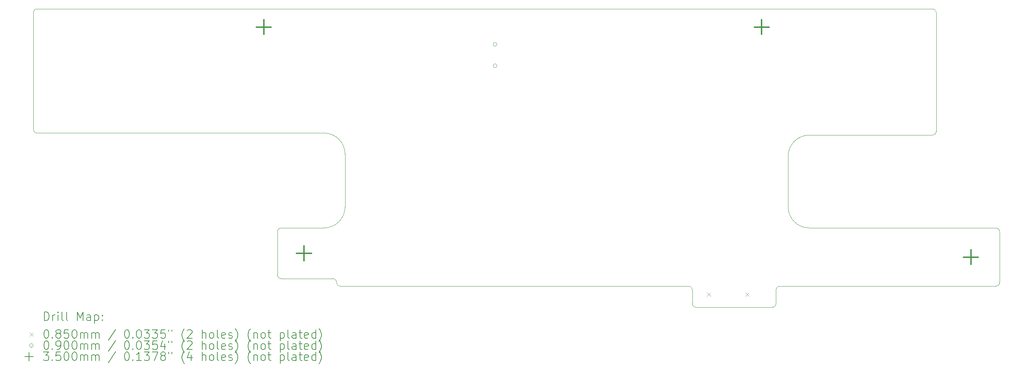
<source format=gbr>
%TF.GenerationSoftware,KiCad,Pcbnew,8.0.0*%
%TF.CreationDate,2024-03-12T18:45:24+01:00*%
%TF.ProjectId,FT24-AMS_Slave-v5,46543234-2d41-44d5-935f-536c6176652d,rev?*%
%TF.SameCoordinates,PX2faf080PY47868c0*%
%TF.FileFunction,Drillmap*%
%TF.FilePolarity,Positive*%
%FSLAX45Y45*%
G04 Gerber Fmt 4.5, Leading zero omitted, Abs format (unit mm)*
G04 Created by KiCad (PCBNEW 8.0.0) date 2024-03-12 18:45:24*
%MOMM*%
%LPD*%
G01*
G04 APERTURE LIST*
%ADD10C,0.020000*%
%ADD11C,0.200000*%
%ADD12C,0.100000*%
%ADD13C,0.350000*%
G04 APERTURE END LIST*
D10*
X6871698Y-2940000D02*
G75*
G02*
X7371700Y-3440000I2J-500000D01*
G01*
X17850180Y-3490000D02*
X17850180Y-4690000D01*
X5861698Y-5190000D02*
X6871698Y-5190000D01*
X0Y-90000D02*
G75*
G02*
X90000Y0I90000J0D01*
G01*
X22760180Y-6570000D02*
X17653881Y-6570000D01*
X21350180Y-2900000D02*
G75*
G02*
X21260180Y-2990000I-90000J0D01*
G01*
X7371698Y-4690000D02*
X7371698Y-3440000D01*
X21350180Y-90000D02*
X21350180Y-2900000D01*
X90000Y0D02*
X21260180Y0D01*
X5771698Y-5280000D02*
G75*
G02*
X5861698Y-5189998I90002J0D01*
G01*
X7081698Y-6390000D02*
G75*
G02*
X7171700Y-6480000I2J-90000D01*
G01*
X18350180Y-5190000D02*
G75*
G02*
X17850180Y-4690000I0J500000D01*
G01*
X7371698Y-4690000D02*
G75*
G02*
X6871698Y-5189998I-499998J0D01*
G01*
X22760180Y-5190000D02*
G75*
G02*
X22850180Y-5280000I0J-90000D01*
G01*
X15673881Y-7070000D02*
G75*
G02*
X15583880Y-6980000I-1J90000D01*
G01*
X7261698Y-6570000D02*
G75*
G02*
X7171700Y-6480000I2J90000D01*
G01*
X21260180Y-2990000D02*
X18350180Y-2990000D01*
X17473881Y-7070000D02*
X15673881Y-7070000D01*
X15583881Y-6980000D02*
X15583881Y-6660000D01*
X15493881Y-6570000D02*
X7261698Y-6570000D01*
X18350180Y-5190000D02*
X22760180Y-5190000D01*
X15493881Y-6570000D02*
G75*
G02*
X15583880Y-6660000I-1J-90000D01*
G01*
X90000Y-2940000D02*
G75*
G02*
X0Y-2850000I0J90000D01*
G01*
X17563881Y-6660000D02*
X17563881Y-6980000D01*
X0Y-2850000D02*
X0Y-90000D01*
X17850180Y-3490000D02*
G75*
G02*
X18350180Y-2990000I500000J0D01*
G01*
X21260180Y0D02*
G75*
G02*
X21350180Y-90000I0J-90000D01*
G01*
X22850180Y-5280000D02*
X22850180Y-6480000D01*
X6871698Y-2940000D02*
X90000Y-2940000D01*
X5771698Y-6300000D02*
X5771698Y-5280000D01*
X22850180Y-6480000D02*
G75*
G02*
X22760180Y-6570000I-90000J0D01*
G01*
X5861698Y-6390000D02*
G75*
G02*
X5771700Y-6300000I2J90000D01*
G01*
X17563881Y-6980000D02*
G75*
G02*
X17473881Y-7070001I-90001J0D01*
G01*
X7081698Y-6390000D02*
X5861698Y-6390000D01*
X17563881Y-6660000D02*
G75*
G02*
X17653881Y-6570001I89999J0D01*
G01*
D11*
D12*
X15937500Y-6722500D02*
X16022500Y-6807500D01*
X16022500Y-6722500D02*
X15937500Y-6807500D01*
X16837500Y-6722500D02*
X16922500Y-6807500D01*
X16922500Y-6722500D02*
X16837500Y-6807500D01*
X10965000Y-838000D02*
G75*
G02*
X10875000Y-838000I-45000J0D01*
G01*
X10875000Y-838000D02*
G75*
G02*
X10965000Y-838000I45000J0D01*
G01*
X10965000Y-1346000D02*
G75*
G02*
X10875000Y-1346000I-45000J0D01*
G01*
X10875000Y-1346000D02*
G75*
G02*
X10965000Y-1346000I45000J0D01*
G01*
D13*
X5449595Y-255000D02*
X5449595Y-605000D01*
X5274595Y-430000D02*
X5624594Y-430000D01*
X6400991Y-5615000D02*
X6400991Y-5965000D01*
X6225991Y-5790000D02*
X6575991Y-5790000D01*
X17222704Y-255000D02*
X17222704Y-605000D01*
X17047704Y-430000D02*
X17397704Y-430000D01*
X22170180Y-5705000D02*
X22170180Y-6055000D01*
X21995180Y-5880000D02*
X22345180Y-5880000D01*
D11*
X259777Y-7382484D02*
X259777Y-7182484D01*
X259777Y-7182484D02*
X307396Y-7182484D01*
X307396Y-7182484D02*
X335967Y-7192008D01*
X335967Y-7192008D02*
X355015Y-7211055D01*
X355015Y-7211055D02*
X364539Y-7230103D01*
X364539Y-7230103D02*
X374062Y-7268198D01*
X374062Y-7268198D02*
X374062Y-7296769D01*
X374062Y-7296769D02*
X364539Y-7334865D01*
X364539Y-7334865D02*
X355015Y-7353912D01*
X355015Y-7353912D02*
X335967Y-7372960D01*
X335967Y-7372960D02*
X307396Y-7382484D01*
X307396Y-7382484D02*
X259777Y-7382484D01*
X459777Y-7382484D02*
X459777Y-7249150D01*
X459777Y-7287246D02*
X469301Y-7268198D01*
X469301Y-7268198D02*
X478824Y-7258674D01*
X478824Y-7258674D02*
X497872Y-7249150D01*
X497872Y-7249150D02*
X516920Y-7249150D01*
X583586Y-7382484D02*
X583586Y-7249150D01*
X583586Y-7182484D02*
X574063Y-7192008D01*
X574063Y-7192008D02*
X583586Y-7201531D01*
X583586Y-7201531D02*
X593110Y-7192008D01*
X593110Y-7192008D02*
X583586Y-7182484D01*
X583586Y-7182484D02*
X583586Y-7201531D01*
X707396Y-7382484D02*
X688348Y-7372960D01*
X688348Y-7372960D02*
X678824Y-7353912D01*
X678824Y-7353912D02*
X678824Y-7182484D01*
X812158Y-7382484D02*
X793110Y-7372960D01*
X793110Y-7372960D02*
X783586Y-7353912D01*
X783586Y-7353912D02*
X783586Y-7182484D01*
X1040729Y-7382484D02*
X1040729Y-7182484D01*
X1040729Y-7182484D02*
X1107396Y-7325341D01*
X1107396Y-7325341D02*
X1174063Y-7182484D01*
X1174063Y-7182484D02*
X1174063Y-7382484D01*
X1355015Y-7382484D02*
X1355015Y-7277722D01*
X1355015Y-7277722D02*
X1345491Y-7258674D01*
X1345491Y-7258674D02*
X1326444Y-7249150D01*
X1326444Y-7249150D02*
X1288348Y-7249150D01*
X1288348Y-7249150D02*
X1269301Y-7258674D01*
X1355015Y-7372960D02*
X1335967Y-7382484D01*
X1335967Y-7382484D02*
X1288348Y-7382484D01*
X1288348Y-7382484D02*
X1269301Y-7372960D01*
X1269301Y-7372960D02*
X1259777Y-7353912D01*
X1259777Y-7353912D02*
X1259777Y-7334865D01*
X1259777Y-7334865D02*
X1269301Y-7315817D01*
X1269301Y-7315817D02*
X1288348Y-7306293D01*
X1288348Y-7306293D02*
X1335967Y-7306293D01*
X1335967Y-7306293D02*
X1355015Y-7296769D01*
X1450253Y-7249150D02*
X1450253Y-7449150D01*
X1450253Y-7258674D02*
X1469301Y-7249150D01*
X1469301Y-7249150D02*
X1507396Y-7249150D01*
X1507396Y-7249150D02*
X1526443Y-7258674D01*
X1526443Y-7258674D02*
X1535967Y-7268198D01*
X1535967Y-7268198D02*
X1545491Y-7287246D01*
X1545491Y-7287246D02*
X1545491Y-7344388D01*
X1545491Y-7344388D02*
X1535967Y-7363436D01*
X1535967Y-7363436D02*
X1526443Y-7372960D01*
X1526443Y-7372960D02*
X1507396Y-7382484D01*
X1507396Y-7382484D02*
X1469301Y-7382484D01*
X1469301Y-7382484D02*
X1450253Y-7372960D01*
X1631205Y-7363436D02*
X1640729Y-7372960D01*
X1640729Y-7372960D02*
X1631205Y-7382484D01*
X1631205Y-7382484D02*
X1621682Y-7372960D01*
X1621682Y-7372960D02*
X1631205Y-7363436D01*
X1631205Y-7363436D02*
X1631205Y-7382484D01*
X1631205Y-7258674D02*
X1640729Y-7268198D01*
X1640729Y-7268198D02*
X1631205Y-7277722D01*
X1631205Y-7277722D02*
X1621682Y-7268198D01*
X1621682Y-7268198D02*
X1631205Y-7258674D01*
X1631205Y-7258674D02*
X1631205Y-7277722D01*
D12*
X-86000Y-7668500D02*
X-1000Y-7753500D01*
X-1000Y-7668500D02*
X-86000Y-7753500D01*
D11*
X297872Y-7602484D02*
X316920Y-7602484D01*
X316920Y-7602484D02*
X335967Y-7612008D01*
X335967Y-7612008D02*
X345491Y-7621531D01*
X345491Y-7621531D02*
X355015Y-7640579D01*
X355015Y-7640579D02*
X364539Y-7678674D01*
X364539Y-7678674D02*
X364539Y-7726293D01*
X364539Y-7726293D02*
X355015Y-7764388D01*
X355015Y-7764388D02*
X345491Y-7783436D01*
X345491Y-7783436D02*
X335967Y-7792960D01*
X335967Y-7792960D02*
X316920Y-7802484D01*
X316920Y-7802484D02*
X297872Y-7802484D01*
X297872Y-7802484D02*
X278824Y-7792960D01*
X278824Y-7792960D02*
X269301Y-7783436D01*
X269301Y-7783436D02*
X259777Y-7764388D01*
X259777Y-7764388D02*
X250253Y-7726293D01*
X250253Y-7726293D02*
X250253Y-7678674D01*
X250253Y-7678674D02*
X259777Y-7640579D01*
X259777Y-7640579D02*
X269301Y-7621531D01*
X269301Y-7621531D02*
X278824Y-7612008D01*
X278824Y-7612008D02*
X297872Y-7602484D01*
X450253Y-7783436D02*
X459777Y-7792960D01*
X459777Y-7792960D02*
X450253Y-7802484D01*
X450253Y-7802484D02*
X440729Y-7792960D01*
X440729Y-7792960D02*
X450253Y-7783436D01*
X450253Y-7783436D02*
X450253Y-7802484D01*
X574063Y-7688198D02*
X555015Y-7678674D01*
X555015Y-7678674D02*
X545491Y-7669150D01*
X545491Y-7669150D02*
X535967Y-7650103D01*
X535967Y-7650103D02*
X535967Y-7640579D01*
X535967Y-7640579D02*
X545491Y-7621531D01*
X545491Y-7621531D02*
X555015Y-7612008D01*
X555015Y-7612008D02*
X574063Y-7602484D01*
X574063Y-7602484D02*
X612158Y-7602484D01*
X612158Y-7602484D02*
X631205Y-7612008D01*
X631205Y-7612008D02*
X640729Y-7621531D01*
X640729Y-7621531D02*
X650253Y-7640579D01*
X650253Y-7640579D02*
X650253Y-7650103D01*
X650253Y-7650103D02*
X640729Y-7669150D01*
X640729Y-7669150D02*
X631205Y-7678674D01*
X631205Y-7678674D02*
X612158Y-7688198D01*
X612158Y-7688198D02*
X574063Y-7688198D01*
X574063Y-7688198D02*
X555015Y-7697722D01*
X555015Y-7697722D02*
X545491Y-7707246D01*
X545491Y-7707246D02*
X535967Y-7726293D01*
X535967Y-7726293D02*
X535967Y-7764388D01*
X535967Y-7764388D02*
X545491Y-7783436D01*
X545491Y-7783436D02*
X555015Y-7792960D01*
X555015Y-7792960D02*
X574063Y-7802484D01*
X574063Y-7802484D02*
X612158Y-7802484D01*
X612158Y-7802484D02*
X631205Y-7792960D01*
X631205Y-7792960D02*
X640729Y-7783436D01*
X640729Y-7783436D02*
X650253Y-7764388D01*
X650253Y-7764388D02*
X650253Y-7726293D01*
X650253Y-7726293D02*
X640729Y-7707246D01*
X640729Y-7707246D02*
X631205Y-7697722D01*
X631205Y-7697722D02*
X612158Y-7688198D01*
X831205Y-7602484D02*
X735967Y-7602484D01*
X735967Y-7602484D02*
X726443Y-7697722D01*
X726443Y-7697722D02*
X735967Y-7688198D01*
X735967Y-7688198D02*
X755015Y-7678674D01*
X755015Y-7678674D02*
X802634Y-7678674D01*
X802634Y-7678674D02*
X821682Y-7688198D01*
X821682Y-7688198D02*
X831205Y-7697722D01*
X831205Y-7697722D02*
X840729Y-7716769D01*
X840729Y-7716769D02*
X840729Y-7764388D01*
X840729Y-7764388D02*
X831205Y-7783436D01*
X831205Y-7783436D02*
X821682Y-7792960D01*
X821682Y-7792960D02*
X802634Y-7802484D01*
X802634Y-7802484D02*
X755015Y-7802484D01*
X755015Y-7802484D02*
X735967Y-7792960D01*
X735967Y-7792960D02*
X726443Y-7783436D01*
X964539Y-7602484D02*
X983586Y-7602484D01*
X983586Y-7602484D02*
X1002634Y-7612008D01*
X1002634Y-7612008D02*
X1012158Y-7621531D01*
X1012158Y-7621531D02*
X1021682Y-7640579D01*
X1021682Y-7640579D02*
X1031205Y-7678674D01*
X1031205Y-7678674D02*
X1031205Y-7726293D01*
X1031205Y-7726293D02*
X1021682Y-7764388D01*
X1021682Y-7764388D02*
X1012158Y-7783436D01*
X1012158Y-7783436D02*
X1002634Y-7792960D01*
X1002634Y-7792960D02*
X983586Y-7802484D01*
X983586Y-7802484D02*
X964539Y-7802484D01*
X964539Y-7802484D02*
X945491Y-7792960D01*
X945491Y-7792960D02*
X935967Y-7783436D01*
X935967Y-7783436D02*
X926443Y-7764388D01*
X926443Y-7764388D02*
X916920Y-7726293D01*
X916920Y-7726293D02*
X916920Y-7678674D01*
X916920Y-7678674D02*
X926443Y-7640579D01*
X926443Y-7640579D02*
X935967Y-7621531D01*
X935967Y-7621531D02*
X945491Y-7612008D01*
X945491Y-7612008D02*
X964539Y-7602484D01*
X1116920Y-7802484D02*
X1116920Y-7669150D01*
X1116920Y-7688198D02*
X1126444Y-7678674D01*
X1126444Y-7678674D02*
X1145491Y-7669150D01*
X1145491Y-7669150D02*
X1174063Y-7669150D01*
X1174063Y-7669150D02*
X1193110Y-7678674D01*
X1193110Y-7678674D02*
X1202634Y-7697722D01*
X1202634Y-7697722D02*
X1202634Y-7802484D01*
X1202634Y-7697722D02*
X1212158Y-7678674D01*
X1212158Y-7678674D02*
X1231205Y-7669150D01*
X1231205Y-7669150D02*
X1259777Y-7669150D01*
X1259777Y-7669150D02*
X1278825Y-7678674D01*
X1278825Y-7678674D02*
X1288348Y-7697722D01*
X1288348Y-7697722D02*
X1288348Y-7802484D01*
X1383586Y-7802484D02*
X1383586Y-7669150D01*
X1383586Y-7688198D02*
X1393110Y-7678674D01*
X1393110Y-7678674D02*
X1412158Y-7669150D01*
X1412158Y-7669150D02*
X1440729Y-7669150D01*
X1440729Y-7669150D02*
X1459777Y-7678674D01*
X1459777Y-7678674D02*
X1469301Y-7697722D01*
X1469301Y-7697722D02*
X1469301Y-7802484D01*
X1469301Y-7697722D02*
X1478824Y-7678674D01*
X1478824Y-7678674D02*
X1497872Y-7669150D01*
X1497872Y-7669150D02*
X1526443Y-7669150D01*
X1526443Y-7669150D02*
X1545491Y-7678674D01*
X1545491Y-7678674D02*
X1555015Y-7697722D01*
X1555015Y-7697722D02*
X1555015Y-7802484D01*
X1945491Y-7592960D02*
X1774063Y-7850103D01*
X2202634Y-7602484D02*
X2221682Y-7602484D01*
X2221682Y-7602484D02*
X2240729Y-7612008D01*
X2240729Y-7612008D02*
X2250253Y-7621531D01*
X2250253Y-7621531D02*
X2259777Y-7640579D01*
X2259777Y-7640579D02*
X2269301Y-7678674D01*
X2269301Y-7678674D02*
X2269301Y-7726293D01*
X2269301Y-7726293D02*
X2259777Y-7764388D01*
X2259777Y-7764388D02*
X2250253Y-7783436D01*
X2250253Y-7783436D02*
X2240729Y-7792960D01*
X2240729Y-7792960D02*
X2221682Y-7802484D01*
X2221682Y-7802484D02*
X2202634Y-7802484D01*
X2202634Y-7802484D02*
X2183587Y-7792960D01*
X2183587Y-7792960D02*
X2174063Y-7783436D01*
X2174063Y-7783436D02*
X2164539Y-7764388D01*
X2164539Y-7764388D02*
X2155015Y-7726293D01*
X2155015Y-7726293D02*
X2155015Y-7678674D01*
X2155015Y-7678674D02*
X2164539Y-7640579D01*
X2164539Y-7640579D02*
X2174063Y-7621531D01*
X2174063Y-7621531D02*
X2183587Y-7612008D01*
X2183587Y-7612008D02*
X2202634Y-7602484D01*
X2355015Y-7783436D02*
X2364539Y-7792960D01*
X2364539Y-7792960D02*
X2355015Y-7802484D01*
X2355015Y-7802484D02*
X2345491Y-7792960D01*
X2345491Y-7792960D02*
X2355015Y-7783436D01*
X2355015Y-7783436D02*
X2355015Y-7802484D01*
X2488348Y-7602484D02*
X2507396Y-7602484D01*
X2507396Y-7602484D02*
X2526444Y-7612008D01*
X2526444Y-7612008D02*
X2535968Y-7621531D01*
X2535968Y-7621531D02*
X2545491Y-7640579D01*
X2545491Y-7640579D02*
X2555015Y-7678674D01*
X2555015Y-7678674D02*
X2555015Y-7726293D01*
X2555015Y-7726293D02*
X2545491Y-7764388D01*
X2545491Y-7764388D02*
X2535968Y-7783436D01*
X2535968Y-7783436D02*
X2526444Y-7792960D01*
X2526444Y-7792960D02*
X2507396Y-7802484D01*
X2507396Y-7802484D02*
X2488348Y-7802484D01*
X2488348Y-7802484D02*
X2469301Y-7792960D01*
X2469301Y-7792960D02*
X2459777Y-7783436D01*
X2459777Y-7783436D02*
X2450253Y-7764388D01*
X2450253Y-7764388D02*
X2440729Y-7726293D01*
X2440729Y-7726293D02*
X2440729Y-7678674D01*
X2440729Y-7678674D02*
X2450253Y-7640579D01*
X2450253Y-7640579D02*
X2459777Y-7621531D01*
X2459777Y-7621531D02*
X2469301Y-7612008D01*
X2469301Y-7612008D02*
X2488348Y-7602484D01*
X2621682Y-7602484D02*
X2745491Y-7602484D01*
X2745491Y-7602484D02*
X2678825Y-7678674D01*
X2678825Y-7678674D02*
X2707396Y-7678674D01*
X2707396Y-7678674D02*
X2726444Y-7688198D01*
X2726444Y-7688198D02*
X2735968Y-7697722D01*
X2735968Y-7697722D02*
X2745491Y-7716769D01*
X2745491Y-7716769D02*
X2745491Y-7764388D01*
X2745491Y-7764388D02*
X2735968Y-7783436D01*
X2735968Y-7783436D02*
X2726444Y-7792960D01*
X2726444Y-7792960D02*
X2707396Y-7802484D01*
X2707396Y-7802484D02*
X2650253Y-7802484D01*
X2650253Y-7802484D02*
X2631206Y-7792960D01*
X2631206Y-7792960D02*
X2621682Y-7783436D01*
X2812158Y-7602484D02*
X2935967Y-7602484D01*
X2935967Y-7602484D02*
X2869301Y-7678674D01*
X2869301Y-7678674D02*
X2897872Y-7678674D01*
X2897872Y-7678674D02*
X2916920Y-7688198D01*
X2916920Y-7688198D02*
X2926444Y-7697722D01*
X2926444Y-7697722D02*
X2935967Y-7716769D01*
X2935967Y-7716769D02*
X2935967Y-7764388D01*
X2935967Y-7764388D02*
X2926444Y-7783436D01*
X2926444Y-7783436D02*
X2916920Y-7792960D01*
X2916920Y-7792960D02*
X2897872Y-7802484D01*
X2897872Y-7802484D02*
X2840729Y-7802484D01*
X2840729Y-7802484D02*
X2821682Y-7792960D01*
X2821682Y-7792960D02*
X2812158Y-7783436D01*
X3116920Y-7602484D02*
X3021682Y-7602484D01*
X3021682Y-7602484D02*
X3012158Y-7697722D01*
X3012158Y-7697722D02*
X3021682Y-7688198D01*
X3021682Y-7688198D02*
X3040729Y-7678674D01*
X3040729Y-7678674D02*
X3088348Y-7678674D01*
X3088348Y-7678674D02*
X3107396Y-7688198D01*
X3107396Y-7688198D02*
X3116920Y-7697722D01*
X3116920Y-7697722D02*
X3126444Y-7716769D01*
X3126444Y-7716769D02*
X3126444Y-7764388D01*
X3126444Y-7764388D02*
X3116920Y-7783436D01*
X3116920Y-7783436D02*
X3107396Y-7792960D01*
X3107396Y-7792960D02*
X3088348Y-7802484D01*
X3088348Y-7802484D02*
X3040729Y-7802484D01*
X3040729Y-7802484D02*
X3021682Y-7792960D01*
X3021682Y-7792960D02*
X3012158Y-7783436D01*
X3202634Y-7602484D02*
X3202634Y-7640579D01*
X3278825Y-7602484D02*
X3278825Y-7640579D01*
X3574063Y-7878674D02*
X3564539Y-7869150D01*
X3564539Y-7869150D02*
X3545491Y-7840579D01*
X3545491Y-7840579D02*
X3535968Y-7821531D01*
X3535968Y-7821531D02*
X3526444Y-7792960D01*
X3526444Y-7792960D02*
X3516920Y-7745341D01*
X3516920Y-7745341D02*
X3516920Y-7707246D01*
X3516920Y-7707246D02*
X3526444Y-7659627D01*
X3526444Y-7659627D02*
X3535968Y-7631055D01*
X3535968Y-7631055D02*
X3545491Y-7612008D01*
X3545491Y-7612008D02*
X3564539Y-7583436D01*
X3564539Y-7583436D02*
X3574063Y-7573912D01*
X3640729Y-7621531D02*
X3650253Y-7612008D01*
X3650253Y-7612008D02*
X3669301Y-7602484D01*
X3669301Y-7602484D02*
X3716920Y-7602484D01*
X3716920Y-7602484D02*
X3735968Y-7612008D01*
X3735968Y-7612008D02*
X3745491Y-7621531D01*
X3745491Y-7621531D02*
X3755015Y-7640579D01*
X3755015Y-7640579D02*
X3755015Y-7659627D01*
X3755015Y-7659627D02*
X3745491Y-7688198D01*
X3745491Y-7688198D02*
X3631206Y-7802484D01*
X3631206Y-7802484D02*
X3755015Y-7802484D01*
X3993110Y-7802484D02*
X3993110Y-7602484D01*
X4078825Y-7802484D02*
X4078825Y-7697722D01*
X4078825Y-7697722D02*
X4069301Y-7678674D01*
X4069301Y-7678674D02*
X4050253Y-7669150D01*
X4050253Y-7669150D02*
X4021682Y-7669150D01*
X4021682Y-7669150D02*
X4002634Y-7678674D01*
X4002634Y-7678674D02*
X3993110Y-7688198D01*
X4202634Y-7802484D02*
X4183587Y-7792960D01*
X4183587Y-7792960D02*
X4174063Y-7783436D01*
X4174063Y-7783436D02*
X4164539Y-7764388D01*
X4164539Y-7764388D02*
X4164539Y-7707246D01*
X4164539Y-7707246D02*
X4174063Y-7688198D01*
X4174063Y-7688198D02*
X4183587Y-7678674D01*
X4183587Y-7678674D02*
X4202634Y-7669150D01*
X4202634Y-7669150D02*
X4231206Y-7669150D01*
X4231206Y-7669150D02*
X4250253Y-7678674D01*
X4250253Y-7678674D02*
X4259777Y-7688198D01*
X4259777Y-7688198D02*
X4269301Y-7707246D01*
X4269301Y-7707246D02*
X4269301Y-7764388D01*
X4269301Y-7764388D02*
X4259777Y-7783436D01*
X4259777Y-7783436D02*
X4250253Y-7792960D01*
X4250253Y-7792960D02*
X4231206Y-7802484D01*
X4231206Y-7802484D02*
X4202634Y-7802484D01*
X4383587Y-7802484D02*
X4364539Y-7792960D01*
X4364539Y-7792960D02*
X4355015Y-7773912D01*
X4355015Y-7773912D02*
X4355015Y-7602484D01*
X4535968Y-7792960D02*
X4516920Y-7802484D01*
X4516920Y-7802484D02*
X4478825Y-7802484D01*
X4478825Y-7802484D02*
X4459777Y-7792960D01*
X4459777Y-7792960D02*
X4450253Y-7773912D01*
X4450253Y-7773912D02*
X4450253Y-7697722D01*
X4450253Y-7697722D02*
X4459777Y-7678674D01*
X4459777Y-7678674D02*
X4478825Y-7669150D01*
X4478825Y-7669150D02*
X4516920Y-7669150D01*
X4516920Y-7669150D02*
X4535968Y-7678674D01*
X4535968Y-7678674D02*
X4545492Y-7697722D01*
X4545492Y-7697722D02*
X4545492Y-7716769D01*
X4545492Y-7716769D02*
X4450253Y-7735817D01*
X4621682Y-7792960D02*
X4640730Y-7802484D01*
X4640730Y-7802484D02*
X4678825Y-7802484D01*
X4678825Y-7802484D02*
X4697873Y-7792960D01*
X4697873Y-7792960D02*
X4707396Y-7773912D01*
X4707396Y-7773912D02*
X4707396Y-7764388D01*
X4707396Y-7764388D02*
X4697873Y-7745341D01*
X4697873Y-7745341D02*
X4678825Y-7735817D01*
X4678825Y-7735817D02*
X4650253Y-7735817D01*
X4650253Y-7735817D02*
X4631206Y-7726293D01*
X4631206Y-7726293D02*
X4621682Y-7707246D01*
X4621682Y-7707246D02*
X4621682Y-7697722D01*
X4621682Y-7697722D02*
X4631206Y-7678674D01*
X4631206Y-7678674D02*
X4650253Y-7669150D01*
X4650253Y-7669150D02*
X4678825Y-7669150D01*
X4678825Y-7669150D02*
X4697873Y-7678674D01*
X4774063Y-7878674D02*
X4783587Y-7869150D01*
X4783587Y-7869150D02*
X4802634Y-7840579D01*
X4802634Y-7840579D02*
X4812158Y-7821531D01*
X4812158Y-7821531D02*
X4821682Y-7792960D01*
X4821682Y-7792960D02*
X4831206Y-7745341D01*
X4831206Y-7745341D02*
X4831206Y-7707246D01*
X4831206Y-7707246D02*
X4821682Y-7659627D01*
X4821682Y-7659627D02*
X4812158Y-7631055D01*
X4812158Y-7631055D02*
X4802634Y-7612008D01*
X4802634Y-7612008D02*
X4783587Y-7583436D01*
X4783587Y-7583436D02*
X4774063Y-7573912D01*
X5135968Y-7878674D02*
X5126444Y-7869150D01*
X5126444Y-7869150D02*
X5107396Y-7840579D01*
X5107396Y-7840579D02*
X5097873Y-7821531D01*
X5097873Y-7821531D02*
X5088349Y-7792960D01*
X5088349Y-7792960D02*
X5078825Y-7745341D01*
X5078825Y-7745341D02*
X5078825Y-7707246D01*
X5078825Y-7707246D02*
X5088349Y-7659627D01*
X5088349Y-7659627D02*
X5097873Y-7631055D01*
X5097873Y-7631055D02*
X5107396Y-7612008D01*
X5107396Y-7612008D02*
X5126444Y-7583436D01*
X5126444Y-7583436D02*
X5135968Y-7573912D01*
X5212158Y-7669150D02*
X5212158Y-7802484D01*
X5212158Y-7688198D02*
X5221682Y-7678674D01*
X5221682Y-7678674D02*
X5240730Y-7669150D01*
X5240730Y-7669150D02*
X5269301Y-7669150D01*
X5269301Y-7669150D02*
X5288349Y-7678674D01*
X5288349Y-7678674D02*
X5297873Y-7697722D01*
X5297873Y-7697722D02*
X5297873Y-7802484D01*
X5421682Y-7802484D02*
X5402634Y-7792960D01*
X5402634Y-7792960D02*
X5393111Y-7783436D01*
X5393111Y-7783436D02*
X5383587Y-7764388D01*
X5383587Y-7764388D02*
X5383587Y-7707246D01*
X5383587Y-7707246D02*
X5393111Y-7688198D01*
X5393111Y-7688198D02*
X5402634Y-7678674D01*
X5402634Y-7678674D02*
X5421682Y-7669150D01*
X5421682Y-7669150D02*
X5450254Y-7669150D01*
X5450254Y-7669150D02*
X5469301Y-7678674D01*
X5469301Y-7678674D02*
X5478825Y-7688198D01*
X5478825Y-7688198D02*
X5488349Y-7707246D01*
X5488349Y-7707246D02*
X5488349Y-7764388D01*
X5488349Y-7764388D02*
X5478825Y-7783436D01*
X5478825Y-7783436D02*
X5469301Y-7792960D01*
X5469301Y-7792960D02*
X5450254Y-7802484D01*
X5450254Y-7802484D02*
X5421682Y-7802484D01*
X5545492Y-7669150D02*
X5621682Y-7669150D01*
X5574063Y-7602484D02*
X5574063Y-7773912D01*
X5574063Y-7773912D02*
X5583587Y-7792960D01*
X5583587Y-7792960D02*
X5602634Y-7802484D01*
X5602634Y-7802484D02*
X5621682Y-7802484D01*
X5840730Y-7669150D02*
X5840730Y-7869150D01*
X5840730Y-7678674D02*
X5859777Y-7669150D01*
X5859777Y-7669150D02*
X5897873Y-7669150D01*
X5897873Y-7669150D02*
X5916920Y-7678674D01*
X5916920Y-7678674D02*
X5926444Y-7688198D01*
X5926444Y-7688198D02*
X5935968Y-7707246D01*
X5935968Y-7707246D02*
X5935968Y-7764388D01*
X5935968Y-7764388D02*
X5926444Y-7783436D01*
X5926444Y-7783436D02*
X5916920Y-7792960D01*
X5916920Y-7792960D02*
X5897873Y-7802484D01*
X5897873Y-7802484D02*
X5859777Y-7802484D01*
X5859777Y-7802484D02*
X5840730Y-7792960D01*
X6050253Y-7802484D02*
X6031206Y-7792960D01*
X6031206Y-7792960D02*
X6021682Y-7773912D01*
X6021682Y-7773912D02*
X6021682Y-7602484D01*
X6212158Y-7802484D02*
X6212158Y-7697722D01*
X6212158Y-7697722D02*
X6202634Y-7678674D01*
X6202634Y-7678674D02*
X6183587Y-7669150D01*
X6183587Y-7669150D02*
X6145492Y-7669150D01*
X6145492Y-7669150D02*
X6126444Y-7678674D01*
X6212158Y-7792960D02*
X6193111Y-7802484D01*
X6193111Y-7802484D02*
X6145492Y-7802484D01*
X6145492Y-7802484D02*
X6126444Y-7792960D01*
X6126444Y-7792960D02*
X6116920Y-7773912D01*
X6116920Y-7773912D02*
X6116920Y-7754865D01*
X6116920Y-7754865D02*
X6126444Y-7735817D01*
X6126444Y-7735817D02*
X6145492Y-7726293D01*
X6145492Y-7726293D02*
X6193111Y-7726293D01*
X6193111Y-7726293D02*
X6212158Y-7716769D01*
X6278825Y-7669150D02*
X6355015Y-7669150D01*
X6307396Y-7602484D02*
X6307396Y-7773912D01*
X6307396Y-7773912D02*
X6316920Y-7792960D01*
X6316920Y-7792960D02*
X6335968Y-7802484D01*
X6335968Y-7802484D02*
X6355015Y-7802484D01*
X6497873Y-7792960D02*
X6478825Y-7802484D01*
X6478825Y-7802484D02*
X6440730Y-7802484D01*
X6440730Y-7802484D02*
X6421682Y-7792960D01*
X6421682Y-7792960D02*
X6412158Y-7773912D01*
X6412158Y-7773912D02*
X6412158Y-7697722D01*
X6412158Y-7697722D02*
X6421682Y-7678674D01*
X6421682Y-7678674D02*
X6440730Y-7669150D01*
X6440730Y-7669150D02*
X6478825Y-7669150D01*
X6478825Y-7669150D02*
X6497873Y-7678674D01*
X6497873Y-7678674D02*
X6507396Y-7697722D01*
X6507396Y-7697722D02*
X6507396Y-7716769D01*
X6507396Y-7716769D02*
X6412158Y-7735817D01*
X6678825Y-7802484D02*
X6678825Y-7602484D01*
X6678825Y-7792960D02*
X6659777Y-7802484D01*
X6659777Y-7802484D02*
X6621682Y-7802484D01*
X6621682Y-7802484D02*
X6602634Y-7792960D01*
X6602634Y-7792960D02*
X6593111Y-7783436D01*
X6593111Y-7783436D02*
X6583587Y-7764388D01*
X6583587Y-7764388D02*
X6583587Y-7707246D01*
X6583587Y-7707246D02*
X6593111Y-7688198D01*
X6593111Y-7688198D02*
X6602634Y-7678674D01*
X6602634Y-7678674D02*
X6621682Y-7669150D01*
X6621682Y-7669150D02*
X6659777Y-7669150D01*
X6659777Y-7669150D02*
X6678825Y-7678674D01*
X6755015Y-7878674D02*
X6764539Y-7869150D01*
X6764539Y-7869150D02*
X6783587Y-7840579D01*
X6783587Y-7840579D02*
X6793111Y-7821531D01*
X6793111Y-7821531D02*
X6802634Y-7792960D01*
X6802634Y-7792960D02*
X6812158Y-7745341D01*
X6812158Y-7745341D02*
X6812158Y-7707246D01*
X6812158Y-7707246D02*
X6802634Y-7659627D01*
X6802634Y-7659627D02*
X6793111Y-7631055D01*
X6793111Y-7631055D02*
X6783587Y-7612008D01*
X6783587Y-7612008D02*
X6764539Y-7583436D01*
X6764539Y-7583436D02*
X6755015Y-7573912D01*
D12*
X-1000Y-7975000D02*
G75*
G02*
X-91000Y-7975000I-45000J0D01*
G01*
X-91000Y-7975000D02*
G75*
G02*
X-1000Y-7975000I45000J0D01*
G01*
D11*
X297872Y-7866484D02*
X316920Y-7866484D01*
X316920Y-7866484D02*
X335967Y-7876008D01*
X335967Y-7876008D02*
X345491Y-7885531D01*
X345491Y-7885531D02*
X355015Y-7904579D01*
X355015Y-7904579D02*
X364539Y-7942674D01*
X364539Y-7942674D02*
X364539Y-7990293D01*
X364539Y-7990293D02*
X355015Y-8028388D01*
X355015Y-8028388D02*
X345491Y-8047436D01*
X345491Y-8047436D02*
X335967Y-8056960D01*
X335967Y-8056960D02*
X316920Y-8066484D01*
X316920Y-8066484D02*
X297872Y-8066484D01*
X297872Y-8066484D02*
X278824Y-8056960D01*
X278824Y-8056960D02*
X269301Y-8047436D01*
X269301Y-8047436D02*
X259777Y-8028388D01*
X259777Y-8028388D02*
X250253Y-7990293D01*
X250253Y-7990293D02*
X250253Y-7942674D01*
X250253Y-7942674D02*
X259777Y-7904579D01*
X259777Y-7904579D02*
X269301Y-7885531D01*
X269301Y-7885531D02*
X278824Y-7876008D01*
X278824Y-7876008D02*
X297872Y-7866484D01*
X450253Y-8047436D02*
X459777Y-8056960D01*
X459777Y-8056960D02*
X450253Y-8066484D01*
X450253Y-8066484D02*
X440729Y-8056960D01*
X440729Y-8056960D02*
X450253Y-8047436D01*
X450253Y-8047436D02*
X450253Y-8066484D01*
X555015Y-8066484D02*
X593110Y-8066484D01*
X593110Y-8066484D02*
X612158Y-8056960D01*
X612158Y-8056960D02*
X621682Y-8047436D01*
X621682Y-8047436D02*
X640729Y-8018865D01*
X640729Y-8018865D02*
X650253Y-7980769D01*
X650253Y-7980769D02*
X650253Y-7904579D01*
X650253Y-7904579D02*
X640729Y-7885531D01*
X640729Y-7885531D02*
X631205Y-7876008D01*
X631205Y-7876008D02*
X612158Y-7866484D01*
X612158Y-7866484D02*
X574063Y-7866484D01*
X574063Y-7866484D02*
X555015Y-7876008D01*
X555015Y-7876008D02*
X545491Y-7885531D01*
X545491Y-7885531D02*
X535967Y-7904579D01*
X535967Y-7904579D02*
X535967Y-7952198D01*
X535967Y-7952198D02*
X545491Y-7971246D01*
X545491Y-7971246D02*
X555015Y-7980769D01*
X555015Y-7980769D02*
X574063Y-7990293D01*
X574063Y-7990293D02*
X612158Y-7990293D01*
X612158Y-7990293D02*
X631205Y-7980769D01*
X631205Y-7980769D02*
X640729Y-7971246D01*
X640729Y-7971246D02*
X650253Y-7952198D01*
X774062Y-7866484D02*
X793110Y-7866484D01*
X793110Y-7866484D02*
X812158Y-7876008D01*
X812158Y-7876008D02*
X821682Y-7885531D01*
X821682Y-7885531D02*
X831205Y-7904579D01*
X831205Y-7904579D02*
X840729Y-7942674D01*
X840729Y-7942674D02*
X840729Y-7990293D01*
X840729Y-7990293D02*
X831205Y-8028388D01*
X831205Y-8028388D02*
X821682Y-8047436D01*
X821682Y-8047436D02*
X812158Y-8056960D01*
X812158Y-8056960D02*
X793110Y-8066484D01*
X793110Y-8066484D02*
X774062Y-8066484D01*
X774062Y-8066484D02*
X755015Y-8056960D01*
X755015Y-8056960D02*
X745491Y-8047436D01*
X745491Y-8047436D02*
X735967Y-8028388D01*
X735967Y-8028388D02*
X726443Y-7990293D01*
X726443Y-7990293D02*
X726443Y-7942674D01*
X726443Y-7942674D02*
X735967Y-7904579D01*
X735967Y-7904579D02*
X745491Y-7885531D01*
X745491Y-7885531D02*
X755015Y-7876008D01*
X755015Y-7876008D02*
X774062Y-7866484D01*
X964539Y-7866484D02*
X983586Y-7866484D01*
X983586Y-7866484D02*
X1002634Y-7876008D01*
X1002634Y-7876008D02*
X1012158Y-7885531D01*
X1012158Y-7885531D02*
X1021682Y-7904579D01*
X1021682Y-7904579D02*
X1031205Y-7942674D01*
X1031205Y-7942674D02*
X1031205Y-7990293D01*
X1031205Y-7990293D02*
X1021682Y-8028388D01*
X1021682Y-8028388D02*
X1012158Y-8047436D01*
X1012158Y-8047436D02*
X1002634Y-8056960D01*
X1002634Y-8056960D02*
X983586Y-8066484D01*
X983586Y-8066484D02*
X964539Y-8066484D01*
X964539Y-8066484D02*
X945491Y-8056960D01*
X945491Y-8056960D02*
X935967Y-8047436D01*
X935967Y-8047436D02*
X926443Y-8028388D01*
X926443Y-8028388D02*
X916920Y-7990293D01*
X916920Y-7990293D02*
X916920Y-7942674D01*
X916920Y-7942674D02*
X926443Y-7904579D01*
X926443Y-7904579D02*
X935967Y-7885531D01*
X935967Y-7885531D02*
X945491Y-7876008D01*
X945491Y-7876008D02*
X964539Y-7866484D01*
X1116920Y-8066484D02*
X1116920Y-7933150D01*
X1116920Y-7952198D02*
X1126444Y-7942674D01*
X1126444Y-7942674D02*
X1145491Y-7933150D01*
X1145491Y-7933150D02*
X1174063Y-7933150D01*
X1174063Y-7933150D02*
X1193110Y-7942674D01*
X1193110Y-7942674D02*
X1202634Y-7961722D01*
X1202634Y-7961722D02*
X1202634Y-8066484D01*
X1202634Y-7961722D02*
X1212158Y-7942674D01*
X1212158Y-7942674D02*
X1231205Y-7933150D01*
X1231205Y-7933150D02*
X1259777Y-7933150D01*
X1259777Y-7933150D02*
X1278825Y-7942674D01*
X1278825Y-7942674D02*
X1288348Y-7961722D01*
X1288348Y-7961722D02*
X1288348Y-8066484D01*
X1383586Y-8066484D02*
X1383586Y-7933150D01*
X1383586Y-7952198D02*
X1393110Y-7942674D01*
X1393110Y-7942674D02*
X1412158Y-7933150D01*
X1412158Y-7933150D02*
X1440729Y-7933150D01*
X1440729Y-7933150D02*
X1459777Y-7942674D01*
X1459777Y-7942674D02*
X1469301Y-7961722D01*
X1469301Y-7961722D02*
X1469301Y-8066484D01*
X1469301Y-7961722D02*
X1478824Y-7942674D01*
X1478824Y-7942674D02*
X1497872Y-7933150D01*
X1497872Y-7933150D02*
X1526443Y-7933150D01*
X1526443Y-7933150D02*
X1545491Y-7942674D01*
X1545491Y-7942674D02*
X1555015Y-7961722D01*
X1555015Y-7961722D02*
X1555015Y-8066484D01*
X1945491Y-7856960D02*
X1774063Y-8114103D01*
X2202634Y-7866484D02*
X2221682Y-7866484D01*
X2221682Y-7866484D02*
X2240729Y-7876008D01*
X2240729Y-7876008D02*
X2250253Y-7885531D01*
X2250253Y-7885531D02*
X2259777Y-7904579D01*
X2259777Y-7904579D02*
X2269301Y-7942674D01*
X2269301Y-7942674D02*
X2269301Y-7990293D01*
X2269301Y-7990293D02*
X2259777Y-8028388D01*
X2259777Y-8028388D02*
X2250253Y-8047436D01*
X2250253Y-8047436D02*
X2240729Y-8056960D01*
X2240729Y-8056960D02*
X2221682Y-8066484D01*
X2221682Y-8066484D02*
X2202634Y-8066484D01*
X2202634Y-8066484D02*
X2183587Y-8056960D01*
X2183587Y-8056960D02*
X2174063Y-8047436D01*
X2174063Y-8047436D02*
X2164539Y-8028388D01*
X2164539Y-8028388D02*
X2155015Y-7990293D01*
X2155015Y-7990293D02*
X2155015Y-7942674D01*
X2155015Y-7942674D02*
X2164539Y-7904579D01*
X2164539Y-7904579D02*
X2174063Y-7885531D01*
X2174063Y-7885531D02*
X2183587Y-7876008D01*
X2183587Y-7876008D02*
X2202634Y-7866484D01*
X2355015Y-8047436D02*
X2364539Y-8056960D01*
X2364539Y-8056960D02*
X2355015Y-8066484D01*
X2355015Y-8066484D02*
X2345491Y-8056960D01*
X2345491Y-8056960D02*
X2355015Y-8047436D01*
X2355015Y-8047436D02*
X2355015Y-8066484D01*
X2488348Y-7866484D02*
X2507396Y-7866484D01*
X2507396Y-7866484D02*
X2526444Y-7876008D01*
X2526444Y-7876008D02*
X2535968Y-7885531D01*
X2535968Y-7885531D02*
X2545491Y-7904579D01*
X2545491Y-7904579D02*
X2555015Y-7942674D01*
X2555015Y-7942674D02*
X2555015Y-7990293D01*
X2555015Y-7990293D02*
X2545491Y-8028388D01*
X2545491Y-8028388D02*
X2535968Y-8047436D01*
X2535968Y-8047436D02*
X2526444Y-8056960D01*
X2526444Y-8056960D02*
X2507396Y-8066484D01*
X2507396Y-8066484D02*
X2488348Y-8066484D01*
X2488348Y-8066484D02*
X2469301Y-8056960D01*
X2469301Y-8056960D02*
X2459777Y-8047436D01*
X2459777Y-8047436D02*
X2450253Y-8028388D01*
X2450253Y-8028388D02*
X2440729Y-7990293D01*
X2440729Y-7990293D02*
X2440729Y-7942674D01*
X2440729Y-7942674D02*
X2450253Y-7904579D01*
X2450253Y-7904579D02*
X2459777Y-7885531D01*
X2459777Y-7885531D02*
X2469301Y-7876008D01*
X2469301Y-7876008D02*
X2488348Y-7866484D01*
X2621682Y-7866484D02*
X2745491Y-7866484D01*
X2745491Y-7866484D02*
X2678825Y-7942674D01*
X2678825Y-7942674D02*
X2707396Y-7942674D01*
X2707396Y-7942674D02*
X2726444Y-7952198D01*
X2726444Y-7952198D02*
X2735968Y-7961722D01*
X2735968Y-7961722D02*
X2745491Y-7980769D01*
X2745491Y-7980769D02*
X2745491Y-8028388D01*
X2745491Y-8028388D02*
X2735968Y-8047436D01*
X2735968Y-8047436D02*
X2726444Y-8056960D01*
X2726444Y-8056960D02*
X2707396Y-8066484D01*
X2707396Y-8066484D02*
X2650253Y-8066484D01*
X2650253Y-8066484D02*
X2631206Y-8056960D01*
X2631206Y-8056960D02*
X2621682Y-8047436D01*
X2926444Y-7866484D02*
X2831206Y-7866484D01*
X2831206Y-7866484D02*
X2821682Y-7961722D01*
X2821682Y-7961722D02*
X2831206Y-7952198D01*
X2831206Y-7952198D02*
X2850253Y-7942674D01*
X2850253Y-7942674D02*
X2897872Y-7942674D01*
X2897872Y-7942674D02*
X2916920Y-7952198D01*
X2916920Y-7952198D02*
X2926444Y-7961722D01*
X2926444Y-7961722D02*
X2935967Y-7980769D01*
X2935967Y-7980769D02*
X2935967Y-8028388D01*
X2935967Y-8028388D02*
X2926444Y-8047436D01*
X2926444Y-8047436D02*
X2916920Y-8056960D01*
X2916920Y-8056960D02*
X2897872Y-8066484D01*
X2897872Y-8066484D02*
X2850253Y-8066484D01*
X2850253Y-8066484D02*
X2831206Y-8056960D01*
X2831206Y-8056960D02*
X2821682Y-8047436D01*
X3107396Y-7933150D02*
X3107396Y-8066484D01*
X3059777Y-7856960D02*
X3012158Y-7999817D01*
X3012158Y-7999817D02*
X3135967Y-7999817D01*
X3202634Y-7866484D02*
X3202634Y-7904579D01*
X3278825Y-7866484D02*
X3278825Y-7904579D01*
X3574063Y-8142674D02*
X3564539Y-8133150D01*
X3564539Y-8133150D02*
X3545491Y-8104579D01*
X3545491Y-8104579D02*
X3535968Y-8085531D01*
X3535968Y-8085531D02*
X3526444Y-8056960D01*
X3526444Y-8056960D02*
X3516920Y-8009341D01*
X3516920Y-8009341D02*
X3516920Y-7971246D01*
X3516920Y-7971246D02*
X3526444Y-7923627D01*
X3526444Y-7923627D02*
X3535968Y-7895055D01*
X3535968Y-7895055D02*
X3545491Y-7876008D01*
X3545491Y-7876008D02*
X3564539Y-7847436D01*
X3564539Y-7847436D02*
X3574063Y-7837912D01*
X3640729Y-7885531D02*
X3650253Y-7876008D01*
X3650253Y-7876008D02*
X3669301Y-7866484D01*
X3669301Y-7866484D02*
X3716920Y-7866484D01*
X3716920Y-7866484D02*
X3735968Y-7876008D01*
X3735968Y-7876008D02*
X3745491Y-7885531D01*
X3745491Y-7885531D02*
X3755015Y-7904579D01*
X3755015Y-7904579D02*
X3755015Y-7923627D01*
X3755015Y-7923627D02*
X3745491Y-7952198D01*
X3745491Y-7952198D02*
X3631206Y-8066484D01*
X3631206Y-8066484D02*
X3755015Y-8066484D01*
X3993110Y-8066484D02*
X3993110Y-7866484D01*
X4078825Y-8066484D02*
X4078825Y-7961722D01*
X4078825Y-7961722D02*
X4069301Y-7942674D01*
X4069301Y-7942674D02*
X4050253Y-7933150D01*
X4050253Y-7933150D02*
X4021682Y-7933150D01*
X4021682Y-7933150D02*
X4002634Y-7942674D01*
X4002634Y-7942674D02*
X3993110Y-7952198D01*
X4202634Y-8066484D02*
X4183587Y-8056960D01*
X4183587Y-8056960D02*
X4174063Y-8047436D01*
X4174063Y-8047436D02*
X4164539Y-8028388D01*
X4164539Y-8028388D02*
X4164539Y-7971246D01*
X4164539Y-7971246D02*
X4174063Y-7952198D01*
X4174063Y-7952198D02*
X4183587Y-7942674D01*
X4183587Y-7942674D02*
X4202634Y-7933150D01*
X4202634Y-7933150D02*
X4231206Y-7933150D01*
X4231206Y-7933150D02*
X4250253Y-7942674D01*
X4250253Y-7942674D02*
X4259777Y-7952198D01*
X4259777Y-7952198D02*
X4269301Y-7971246D01*
X4269301Y-7971246D02*
X4269301Y-8028388D01*
X4269301Y-8028388D02*
X4259777Y-8047436D01*
X4259777Y-8047436D02*
X4250253Y-8056960D01*
X4250253Y-8056960D02*
X4231206Y-8066484D01*
X4231206Y-8066484D02*
X4202634Y-8066484D01*
X4383587Y-8066484D02*
X4364539Y-8056960D01*
X4364539Y-8056960D02*
X4355015Y-8037912D01*
X4355015Y-8037912D02*
X4355015Y-7866484D01*
X4535968Y-8056960D02*
X4516920Y-8066484D01*
X4516920Y-8066484D02*
X4478825Y-8066484D01*
X4478825Y-8066484D02*
X4459777Y-8056960D01*
X4459777Y-8056960D02*
X4450253Y-8037912D01*
X4450253Y-8037912D02*
X4450253Y-7961722D01*
X4450253Y-7961722D02*
X4459777Y-7942674D01*
X4459777Y-7942674D02*
X4478825Y-7933150D01*
X4478825Y-7933150D02*
X4516920Y-7933150D01*
X4516920Y-7933150D02*
X4535968Y-7942674D01*
X4535968Y-7942674D02*
X4545492Y-7961722D01*
X4545492Y-7961722D02*
X4545492Y-7980769D01*
X4545492Y-7980769D02*
X4450253Y-7999817D01*
X4621682Y-8056960D02*
X4640730Y-8066484D01*
X4640730Y-8066484D02*
X4678825Y-8066484D01*
X4678825Y-8066484D02*
X4697873Y-8056960D01*
X4697873Y-8056960D02*
X4707396Y-8037912D01*
X4707396Y-8037912D02*
X4707396Y-8028388D01*
X4707396Y-8028388D02*
X4697873Y-8009341D01*
X4697873Y-8009341D02*
X4678825Y-7999817D01*
X4678825Y-7999817D02*
X4650253Y-7999817D01*
X4650253Y-7999817D02*
X4631206Y-7990293D01*
X4631206Y-7990293D02*
X4621682Y-7971246D01*
X4621682Y-7971246D02*
X4621682Y-7961722D01*
X4621682Y-7961722D02*
X4631206Y-7942674D01*
X4631206Y-7942674D02*
X4650253Y-7933150D01*
X4650253Y-7933150D02*
X4678825Y-7933150D01*
X4678825Y-7933150D02*
X4697873Y-7942674D01*
X4774063Y-8142674D02*
X4783587Y-8133150D01*
X4783587Y-8133150D02*
X4802634Y-8104579D01*
X4802634Y-8104579D02*
X4812158Y-8085531D01*
X4812158Y-8085531D02*
X4821682Y-8056960D01*
X4821682Y-8056960D02*
X4831206Y-8009341D01*
X4831206Y-8009341D02*
X4831206Y-7971246D01*
X4831206Y-7971246D02*
X4821682Y-7923627D01*
X4821682Y-7923627D02*
X4812158Y-7895055D01*
X4812158Y-7895055D02*
X4802634Y-7876008D01*
X4802634Y-7876008D02*
X4783587Y-7847436D01*
X4783587Y-7847436D02*
X4774063Y-7837912D01*
X5135968Y-8142674D02*
X5126444Y-8133150D01*
X5126444Y-8133150D02*
X5107396Y-8104579D01*
X5107396Y-8104579D02*
X5097873Y-8085531D01*
X5097873Y-8085531D02*
X5088349Y-8056960D01*
X5088349Y-8056960D02*
X5078825Y-8009341D01*
X5078825Y-8009341D02*
X5078825Y-7971246D01*
X5078825Y-7971246D02*
X5088349Y-7923627D01*
X5088349Y-7923627D02*
X5097873Y-7895055D01*
X5097873Y-7895055D02*
X5107396Y-7876008D01*
X5107396Y-7876008D02*
X5126444Y-7847436D01*
X5126444Y-7847436D02*
X5135968Y-7837912D01*
X5212158Y-7933150D02*
X5212158Y-8066484D01*
X5212158Y-7952198D02*
X5221682Y-7942674D01*
X5221682Y-7942674D02*
X5240730Y-7933150D01*
X5240730Y-7933150D02*
X5269301Y-7933150D01*
X5269301Y-7933150D02*
X5288349Y-7942674D01*
X5288349Y-7942674D02*
X5297873Y-7961722D01*
X5297873Y-7961722D02*
X5297873Y-8066484D01*
X5421682Y-8066484D02*
X5402634Y-8056960D01*
X5402634Y-8056960D02*
X5393111Y-8047436D01*
X5393111Y-8047436D02*
X5383587Y-8028388D01*
X5383587Y-8028388D02*
X5383587Y-7971246D01*
X5383587Y-7971246D02*
X5393111Y-7952198D01*
X5393111Y-7952198D02*
X5402634Y-7942674D01*
X5402634Y-7942674D02*
X5421682Y-7933150D01*
X5421682Y-7933150D02*
X5450254Y-7933150D01*
X5450254Y-7933150D02*
X5469301Y-7942674D01*
X5469301Y-7942674D02*
X5478825Y-7952198D01*
X5478825Y-7952198D02*
X5488349Y-7971246D01*
X5488349Y-7971246D02*
X5488349Y-8028388D01*
X5488349Y-8028388D02*
X5478825Y-8047436D01*
X5478825Y-8047436D02*
X5469301Y-8056960D01*
X5469301Y-8056960D02*
X5450254Y-8066484D01*
X5450254Y-8066484D02*
X5421682Y-8066484D01*
X5545492Y-7933150D02*
X5621682Y-7933150D01*
X5574063Y-7866484D02*
X5574063Y-8037912D01*
X5574063Y-8037912D02*
X5583587Y-8056960D01*
X5583587Y-8056960D02*
X5602634Y-8066484D01*
X5602634Y-8066484D02*
X5621682Y-8066484D01*
X5840730Y-7933150D02*
X5840730Y-8133150D01*
X5840730Y-7942674D02*
X5859777Y-7933150D01*
X5859777Y-7933150D02*
X5897873Y-7933150D01*
X5897873Y-7933150D02*
X5916920Y-7942674D01*
X5916920Y-7942674D02*
X5926444Y-7952198D01*
X5926444Y-7952198D02*
X5935968Y-7971246D01*
X5935968Y-7971246D02*
X5935968Y-8028388D01*
X5935968Y-8028388D02*
X5926444Y-8047436D01*
X5926444Y-8047436D02*
X5916920Y-8056960D01*
X5916920Y-8056960D02*
X5897873Y-8066484D01*
X5897873Y-8066484D02*
X5859777Y-8066484D01*
X5859777Y-8066484D02*
X5840730Y-8056960D01*
X6050253Y-8066484D02*
X6031206Y-8056960D01*
X6031206Y-8056960D02*
X6021682Y-8037912D01*
X6021682Y-8037912D02*
X6021682Y-7866484D01*
X6212158Y-8066484D02*
X6212158Y-7961722D01*
X6212158Y-7961722D02*
X6202634Y-7942674D01*
X6202634Y-7942674D02*
X6183587Y-7933150D01*
X6183587Y-7933150D02*
X6145492Y-7933150D01*
X6145492Y-7933150D02*
X6126444Y-7942674D01*
X6212158Y-8056960D02*
X6193111Y-8066484D01*
X6193111Y-8066484D02*
X6145492Y-8066484D01*
X6145492Y-8066484D02*
X6126444Y-8056960D01*
X6126444Y-8056960D02*
X6116920Y-8037912D01*
X6116920Y-8037912D02*
X6116920Y-8018865D01*
X6116920Y-8018865D02*
X6126444Y-7999817D01*
X6126444Y-7999817D02*
X6145492Y-7990293D01*
X6145492Y-7990293D02*
X6193111Y-7990293D01*
X6193111Y-7990293D02*
X6212158Y-7980769D01*
X6278825Y-7933150D02*
X6355015Y-7933150D01*
X6307396Y-7866484D02*
X6307396Y-8037912D01*
X6307396Y-8037912D02*
X6316920Y-8056960D01*
X6316920Y-8056960D02*
X6335968Y-8066484D01*
X6335968Y-8066484D02*
X6355015Y-8066484D01*
X6497873Y-8056960D02*
X6478825Y-8066484D01*
X6478825Y-8066484D02*
X6440730Y-8066484D01*
X6440730Y-8066484D02*
X6421682Y-8056960D01*
X6421682Y-8056960D02*
X6412158Y-8037912D01*
X6412158Y-8037912D02*
X6412158Y-7961722D01*
X6412158Y-7961722D02*
X6421682Y-7942674D01*
X6421682Y-7942674D02*
X6440730Y-7933150D01*
X6440730Y-7933150D02*
X6478825Y-7933150D01*
X6478825Y-7933150D02*
X6497873Y-7942674D01*
X6497873Y-7942674D02*
X6507396Y-7961722D01*
X6507396Y-7961722D02*
X6507396Y-7980769D01*
X6507396Y-7980769D02*
X6412158Y-7999817D01*
X6678825Y-8066484D02*
X6678825Y-7866484D01*
X6678825Y-8056960D02*
X6659777Y-8066484D01*
X6659777Y-8066484D02*
X6621682Y-8066484D01*
X6621682Y-8066484D02*
X6602634Y-8056960D01*
X6602634Y-8056960D02*
X6593111Y-8047436D01*
X6593111Y-8047436D02*
X6583587Y-8028388D01*
X6583587Y-8028388D02*
X6583587Y-7971246D01*
X6583587Y-7971246D02*
X6593111Y-7952198D01*
X6593111Y-7952198D02*
X6602634Y-7942674D01*
X6602634Y-7942674D02*
X6621682Y-7933150D01*
X6621682Y-7933150D02*
X6659777Y-7933150D01*
X6659777Y-7933150D02*
X6678825Y-7942674D01*
X6755015Y-8142674D02*
X6764539Y-8133150D01*
X6764539Y-8133150D02*
X6783587Y-8104579D01*
X6783587Y-8104579D02*
X6793111Y-8085531D01*
X6793111Y-8085531D02*
X6802634Y-8056960D01*
X6802634Y-8056960D02*
X6812158Y-8009341D01*
X6812158Y-8009341D02*
X6812158Y-7971246D01*
X6812158Y-7971246D02*
X6802634Y-7923627D01*
X6802634Y-7923627D02*
X6793111Y-7895055D01*
X6793111Y-7895055D02*
X6783587Y-7876008D01*
X6783587Y-7876008D02*
X6764539Y-7847436D01*
X6764539Y-7847436D02*
X6755015Y-7837912D01*
X-101000Y-8139000D02*
X-101000Y-8339000D01*
X-201000Y-8239000D02*
X-1000Y-8239000D01*
X240729Y-8130484D02*
X364539Y-8130484D01*
X364539Y-8130484D02*
X297872Y-8206674D01*
X297872Y-8206674D02*
X326444Y-8206674D01*
X326444Y-8206674D02*
X345491Y-8216198D01*
X345491Y-8216198D02*
X355015Y-8225722D01*
X355015Y-8225722D02*
X364539Y-8244769D01*
X364539Y-8244769D02*
X364539Y-8292388D01*
X364539Y-8292388D02*
X355015Y-8311436D01*
X355015Y-8311436D02*
X345491Y-8320960D01*
X345491Y-8320960D02*
X326444Y-8330484D01*
X326444Y-8330484D02*
X269301Y-8330484D01*
X269301Y-8330484D02*
X250253Y-8320960D01*
X250253Y-8320960D02*
X240729Y-8311436D01*
X450253Y-8311436D02*
X459777Y-8320960D01*
X459777Y-8320960D02*
X450253Y-8330484D01*
X450253Y-8330484D02*
X440729Y-8320960D01*
X440729Y-8320960D02*
X450253Y-8311436D01*
X450253Y-8311436D02*
X450253Y-8330484D01*
X640729Y-8130484D02*
X545491Y-8130484D01*
X545491Y-8130484D02*
X535967Y-8225722D01*
X535967Y-8225722D02*
X545491Y-8216198D01*
X545491Y-8216198D02*
X564539Y-8206674D01*
X564539Y-8206674D02*
X612158Y-8206674D01*
X612158Y-8206674D02*
X631205Y-8216198D01*
X631205Y-8216198D02*
X640729Y-8225722D01*
X640729Y-8225722D02*
X650253Y-8244769D01*
X650253Y-8244769D02*
X650253Y-8292388D01*
X650253Y-8292388D02*
X640729Y-8311436D01*
X640729Y-8311436D02*
X631205Y-8320960D01*
X631205Y-8320960D02*
X612158Y-8330484D01*
X612158Y-8330484D02*
X564539Y-8330484D01*
X564539Y-8330484D02*
X545491Y-8320960D01*
X545491Y-8320960D02*
X535967Y-8311436D01*
X774062Y-8130484D02*
X793110Y-8130484D01*
X793110Y-8130484D02*
X812158Y-8140008D01*
X812158Y-8140008D02*
X821682Y-8149531D01*
X821682Y-8149531D02*
X831205Y-8168579D01*
X831205Y-8168579D02*
X840729Y-8206674D01*
X840729Y-8206674D02*
X840729Y-8254293D01*
X840729Y-8254293D02*
X831205Y-8292388D01*
X831205Y-8292388D02*
X821682Y-8311436D01*
X821682Y-8311436D02*
X812158Y-8320960D01*
X812158Y-8320960D02*
X793110Y-8330484D01*
X793110Y-8330484D02*
X774062Y-8330484D01*
X774062Y-8330484D02*
X755015Y-8320960D01*
X755015Y-8320960D02*
X745491Y-8311436D01*
X745491Y-8311436D02*
X735967Y-8292388D01*
X735967Y-8292388D02*
X726443Y-8254293D01*
X726443Y-8254293D02*
X726443Y-8206674D01*
X726443Y-8206674D02*
X735967Y-8168579D01*
X735967Y-8168579D02*
X745491Y-8149531D01*
X745491Y-8149531D02*
X755015Y-8140008D01*
X755015Y-8140008D02*
X774062Y-8130484D01*
X964539Y-8130484D02*
X983586Y-8130484D01*
X983586Y-8130484D02*
X1002634Y-8140008D01*
X1002634Y-8140008D02*
X1012158Y-8149531D01*
X1012158Y-8149531D02*
X1021682Y-8168579D01*
X1021682Y-8168579D02*
X1031205Y-8206674D01*
X1031205Y-8206674D02*
X1031205Y-8254293D01*
X1031205Y-8254293D02*
X1021682Y-8292388D01*
X1021682Y-8292388D02*
X1012158Y-8311436D01*
X1012158Y-8311436D02*
X1002634Y-8320960D01*
X1002634Y-8320960D02*
X983586Y-8330484D01*
X983586Y-8330484D02*
X964539Y-8330484D01*
X964539Y-8330484D02*
X945491Y-8320960D01*
X945491Y-8320960D02*
X935967Y-8311436D01*
X935967Y-8311436D02*
X926443Y-8292388D01*
X926443Y-8292388D02*
X916920Y-8254293D01*
X916920Y-8254293D02*
X916920Y-8206674D01*
X916920Y-8206674D02*
X926443Y-8168579D01*
X926443Y-8168579D02*
X935967Y-8149531D01*
X935967Y-8149531D02*
X945491Y-8140008D01*
X945491Y-8140008D02*
X964539Y-8130484D01*
X1116920Y-8330484D02*
X1116920Y-8197150D01*
X1116920Y-8216198D02*
X1126444Y-8206674D01*
X1126444Y-8206674D02*
X1145491Y-8197150D01*
X1145491Y-8197150D02*
X1174063Y-8197150D01*
X1174063Y-8197150D02*
X1193110Y-8206674D01*
X1193110Y-8206674D02*
X1202634Y-8225722D01*
X1202634Y-8225722D02*
X1202634Y-8330484D01*
X1202634Y-8225722D02*
X1212158Y-8206674D01*
X1212158Y-8206674D02*
X1231205Y-8197150D01*
X1231205Y-8197150D02*
X1259777Y-8197150D01*
X1259777Y-8197150D02*
X1278825Y-8206674D01*
X1278825Y-8206674D02*
X1288348Y-8225722D01*
X1288348Y-8225722D02*
X1288348Y-8330484D01*
X1383586Y-8330484D02*
X1383586Y-8197150D01*
X1383586Y-8216198D02*
X1393110Y-8206674D01*
X1393110Y-8206674D02*
X1412158Y-8197150D01*
X1412158Y-8197150D02*
X1440729Y-8197150D01*
X1440729Y-8197150D02*
X1459777Y-8206674D01*
X1459777Y-8206674D02*
X1469301Y-8225722D01*
X1469301Y-8225722D02*
X1469301Y-8330484D01*
X1469301Y-8225722D02*
X1478824Y-8206674D01*
X1478824Y-8206674D02*
X1497872Y-8197150D01*
X1497872Y-8197150D02*
X1526443Y-8197150D01*
X1526443Y-8197150D02*
X1545491Y-8206674D01*
X1545491Y-8206674D02*
X1555015Y-8225722D01*
X1555015Y-8225722D02*
X1555015Y-8330484D01*
X1945491Y-8120960D02*
X1774063Y-8378103D01*
X2202634Y-8130484D02*
X2221682Y-8130484D01*
X2221682Y-8130484D02*
X2240729Y-8140008D01*
X2240729Y-8140008D02*
X2250253Y-8149531D01*
X2250253Y-8149531D02*
X2259777Y-8168579D01*
X2259777Y-8168579D02*
X2269301Y-8206674D01*
X2269301Y-8206674D02*
X2269301Y-8254293D01*
X2269301Y-8254293D02*
X2259777Y-8292388D01*
X2259777Y-8292388D02*
X2250253Y-8311436D01*
X2250253Y-8311436D02*
X2240729Y-8320960D01*
X2240729Y-8320960D02*
X2221682Y-8330484D01*
X2221682Y-8330484D02*
X2202634Y-8330484D01*
X2202634Y-8330484D02*
X2183587Y-8320960D01*
X2183587Y-8320960D02*
X2174063Y-8311436D01*
X2174063Y-8311436D02*
X2164539Y-8292388D01*
X2164539Y-8292388D02*
X2155015Y-8254293D01*
X2155015Y-8254293D02*
X2155015Y-8206674D01*
X2155015Y-8206674D02*
X2164539Y-8168579D01*
X2164539Y-8168579D02*
X2174063Y-8149531D01*
X2174063Y-8149531D02*
X2183587Y-8140008D01*
X2183587Y-8140008D02*
X2202634Y-8130484D01*
X2355015Y-8311436D02*
X2364539Y-8320960D01*
X2364539Y-8320960D02*
X2355015Y-8330484D01*
X2355015Y-8330484D02*
X2345491Y-8320960D01*
X2345491Y-8320960D02*
X2355015Y-8311436D01*
X2355015Y-8311436D02*
X2355015Y-8330484D01*
X2555015Y-8330484D02*
X2440729Y-8330484D01*
X2497872Y-8330484D02*
X2497872Y-8130484D01*
X2497872Y-8130484D02*
X2478825Y-8159055D01*
X2478825Y-8159055D02*
X2459777Y-8178103D01*
X2459777Y-8178103D02*
X2440729Y-8187627D01*
X2621682Y-8130484D02*
X2745491Y-8130484D01*
X2745491Y-8130484D02*
X2678825Y-8206674D01*
X2678825Y-8206674D02*
X2707396Y-8206674D01*
X2707396Y-8206674D02*
X2726444Y-8216198D01*
X2726444Y-8216198D02*
X2735968Y-8225722D01*
X2735968Y-8225722D02*
X2745491Y-8244769D01*
X2745491Y-8244769D02*
X2745491Y-8292388D01*
X2745491Y-8292388D02*
X2735968Y-8311436D01*
X2735968Y-8311436D02*
X2726444Y-8320960D01*
X2726444Y-8320960D02*
X2707396Y-8330484D01*
X2707396Y-8330484D02*
X2650253Y-8330484D01*
X2650253Y-8330484D02*
X2631206Y-8320960D01*
X2631206Y-8320960D02*
X2621682Y-8311436D01*
X2812158Y-8130484D02*
X2945491Y-8130484D01*
X2945491Y-8130484D02*
X2859777Y-8330484D01*
X3050253Y-8216198D02*
X3031206Y-8206674D01*
X3031206Y-8206674D02*
X3021682Y-8197150D01*
X3021682Y-8197150D02*
X3012158Y-8178103D01*
X3012158Y-8178103D02*
X3012158Y-8168579D01*
X3012158Y-8168579D02*
X3021682Y-8149531D01*
X3021682Y-8149531D02*
X3031206Y-8140008D01*
X3031206Y-8140008D02*
X3050253Y-8130484D01*
X3050253Y-8130484D02*
X3088348Y-8130484D01*
X3088348Y-8130484D02*
X3107396Y-8140008D01*
X3107396Y-8140008D02*
X3116920Y-8149531D01*
X3116920Y-8149531D02*
X3126444Y-8168579D01*
X3126444Y-8168579D02*
X3126444Y-8178103D01*
X3126444Y-8178103D02*
X3116920Y-8197150D01*
X3116920Y-8197150D02*
X3107396Y-8206674D01*
X3107396Y-8206674D02*
X3088348Y-8216198D01*
X3088348Y-8216198D02*
X3050253Y-8216198D01*
X3050253Y-8216198D02*
X3031206Y-8225722D01*
X3031206Y-8225722D02*
X3021682Y-8235246D01*
X3021682Y-8235246D02*
X3012158Y-8254293D01*
X3012158Y-8254293D02*
X3012158Y-8292388D01*
X3012158Y-8292388D02*
X3021682Y-8311436D01*
X3021682Y-8311436D02*
X3031206Y-8320960D01*
X3031206Y-8320960D02*
X3050253Y-8330484D01*
X3050253Y-8330484D02*
X3088348Y-8330484D01*
X3088348Y-8330484D02*
X3107396Y-8320960D01*
X3107396Y-8320960D02*
X3116920Y-8311436D01*
X3116920Y-8311436D02*
X3126444Y-8292388D01*
X3126444Y-8292388D02*
X3126444Y-8254293D01*
X3126444Y-8254293D02*
X3116920Y-8235246D01*
X3116920Y-8235246D02*
X3107396Y-8225722D01*
X3107396Y-8225722D02*
X3088348Y-8216198D01*
X3202634Y-8130484D02*
X3202634Y-8168579D01*
X3278825Y-8130484D02*
X3278825Y-8168579D01*
X3574063Y-8406674D02*
X3564539Y-8397150D01*
X3564539Y-8397150D02*
X3545491Y-8368579D01*
X3545491Y-8368579D02*
X3535968Y-8349531D01*
X3535968Y-8349531D02*
X3526444Y-8320960D01*
X3526444Y-8320960D02*
X3516920Y-8273341D01*
X3516920Y-8273341D02*
X3516920Y-8235246D01*
X3516920Y-8235246D02*
X3526444Y-8187627D01*
X3526444Y-8187627D02*
X3535968Y-8159055D01*
X3535968Y-8159055D02*
X3545491Y-8140008D01*
X3545491Y-8140008D02*
X3564539Y-8111436D01*
X3564539Y-8111436D02*
X3574063Y-8101912D01*
X3735968Y-8197150D02*
X3735968Y-8330484D01*
X3688348Y-8120960D02*
X3640729Y-8263817D01*
X3640729Y-8263817D02*
X3764539Y-8263817D01*
X3993110Y-8330484D02*
X3993110Y-8130484D01*
X4078825Y-8330484D02*
X4078825Y-8225722D01*
X4078825Y-8225722D02*
X4069301Y-8206674D01*
X4069301Y-8206674D02*
X4050253Y-8197150D01*
X4050253Y-8197150D02*
X4021682Y-8197150D01*
X4021682Y-8197150D02*
X4002634Y-8206674D01*
X4002634Y-8206674D02*
X3993110Y-8216198D01*
X4202634Y-8330484D02*
X4183587Y-8320960D01*
X4183587Y-8320960D02*
X4174063Y-8311436D01*
X4174063Y-8311436D02*
X4164539Y-8292388D01*
X4164539Y-8292388D02*
X4164539Y-8235246D01*
X4164539Y-8235246D02*
X4174063Y-8216198D01*
X4174063Y-8216198D02*
X4183587Y-8206674D01*
X4183587Y-8206674D02*
X4202634Y-8197150D01*
X4202634Y-8197150D02*
X4231206Y-8197150D01*
X4231206Y-8197150D02*
X4250253Y-8206674D01*
X4250253Y-8206674D02*
X4259777Y-8216198D01*
X4259777Y-8216198D02*
X4269301Y-8235246D01*
X4269301Y-8235246D02*
X4269301Y-8292388D01*
X4269301Y-8292388D02*
X4259777Y-8311436D01*
X4259777Y-8311436D02*
X4250253Y-8320960D01*
X4250253Y-8320960D02*
X4231206Y-8330484D01*
X4231206Y-8330484D02*
X4202634Y-8330484D01*
X4383587Y-8330484D02*
X4364539Y-8320960D01*
X4364539Y-8320960D02*
X4355015Y-8301912D01*
X4355015Y-8301912D02*
X4355015Y-8130484D01*
X4535968Y-8320960D02*
X4516920Y-8330484D01*
X4516920Y-8330484D02*
X4478825Y-8330484D01*
X4478825Y-8330484D02*
X4459777Y-8320960D01*
X4459777Y-8320960D02*
X4450253Y-8301912D01*
X4450253Y-8301912D02*
X4450253Y-8225722D01*
X4450253Y-8225722D02*
X4459777Y-8206674D01*
X4459777Y-8206674D02*
X4478825Y-8197150D01*
X4478825Y-8197150D02*
X4516920Y-8197150D01*
X4516920Y-8197150D02*
X4535968Y-8206674D01*
X4535968Y-8206674D02*
X4545492Y-8225722D01*
X4545492Y-8225722D02*
X4545492Y-8244769D01*
X4545492Y-8244769D02*
X4450253Y-8263817D01*
X4621682Y-8320960D02*
X4640730Y-8330484D01*
X4640730Y-8330484D02*
X4678825Y-8330484D01*
X4678825Y-8330484D02*
X4697873Y-8320960D01*
X4697873Y-8320960D02*
X4707396Y-8301912D01*
X4707396Y-8301912D02*
X4707396Y-8292388D01*
X4707396Y-8292388D02*
X4697873Y-8273341D01*
X4697873Y-8273341D02*
X4678825Y-8263817D01*
X4678825Y-8263817D02*
X4650253Y-8263817D01*
X4650253Y-8263817D02*
X4631206Y-8254293D01*
X4631206Y-8254293D02*
X4621682Y-8235246D01*
X4621682Y-8235246D02*
X4621682Y-8225722D01*
X4621682Y-8225722D02*
X4631206Y-8206674D01*
X4631206Y-8206674D02*
X4650253Y-8197150D01*
X4650253Y-8197150D02*
X4678825Y-8197150D01*
X4678825Y-8197150D02*
X4697873Y-8206674D01*
X4774063Y-8406674D02*
X4783587Y-8397150D01*
X4783587Y-8397150D02*
X4802634Y-8368579D01*
X4802634Y-8368579D02*
X4812158Y-8349531D01*
X4812158Y-8349531D02*
X4821682Y-8320960D01*
X4821682Y-8320960D02*
X4831206Y-8273341D01*
X4831206Y-8273341D02*
X4831206Y-8235246D01*
X4831206Y-8235246D02*
X4821682Y-8187627D01*
X4821682Y-8187627D02*
X4812158Y-8159055D01*
X4812158Y-8159055D02*
X4802634Y-8140008D01*
X4802634Y-8140008D02*
X4783587Y-8111436D01*
X4783587Y-8111436D02*
X4774063Y-8101912D01*
X5135968Y-8406674D02*
X5126444Y-8397150D01*
X5126444Y-8397150D02*
X5107396Y-8368579D01*
X5107396Y-8368579D02*
X5097873Y-8349531D01*
X5097873Y-8349531D02*
X5088349Y-8320960D01*
X5088349Y-8320960D02*
X5078825Y-8273341D01*
X5078825Y-8273341D02*
X5078825Y-8235246D01*
X5078825Y-8235246D02*
X5088349Y-8187627D01*
X5088349Y-8187627D02*
X5097873Y-8159055D01*
X5097873Y-8159055D02*
X5107396Y-8140008D01*
X5107396Y-8140008D02*
X5126444Y-8111436D01*
X5126444Y-8111436D02*
X5135968Y-8101912D01*
X5212158Y-8197150D02*
X5212158Y-8330484D01*
X5212158Y-8216198D02*
X5221682Y-8206674D01*
X5221682Y-8206674D02*
X5240730Y-8197150D01*
X5240730Y-8197150D02*
X5269301Y-8197150D01*
X5269301Y-8197150D02*
X5288349Y-8206674D01*
X5288349Y-8206674D02*
X5297873Y-8225722D01*
X5297873Y-8225722D02*
X5297873Y-8330484D01*
X5421682Y-8330484D02*
X5402634Y-8320960D01*
X5402634Y-8320960D02*
X5393111Y-8311436D01*
X5393111Y-8311436D02*
X5383587Y-8292388D01*
X5383587Y-8292388D02*
X5383587Y-8235246D01*
X5383587Y-8235246D02*
X5393111Y-8216198D01*
X5393111Y-8216198D02*
X5402634Y-8206674D01*
X5402634Y-8206674D02*
X5421682Y-8197150D01*
X5421682Y-8197150D02*
X5450254Y-8197150D01*
X5450254Y-8197150D02*
X5469301Y-8206674D01*
X5469301Y-8206674D02*
X5478825Y-8216198D01*
X5478825Y-8216198D02*
X5488349Y-8235246D01*
X5488349Y-8235246D02*
X5488349Y-8292388D01*
X5488349Y-8292388D02*
X5478825Y-8311436D01*
X5478825Y-8311436D02*
X5469301Y-8320960D01*
X5469301Y-8320960D02*
X5450254Y-8330484D01*
X5450254Y-8330484D02*
X5421682Y-8330484D01*
X5545492Y-8197150D02*
X5621682Y-8197150D01*
X5574063Y-8130484D02*
X5574063Y-8301912D01*
X5574063Y-8301912D02*
X5583587Y-8320960D01*
X5583587Y-8320960D02*
X5602634Y-8330484D01*
X5602634Y-8330484D02*
X5621682Y-8330484D01*
X5840730Y-8197150D02*
X5840730Y-8397150D01*
X5840730Y-8206674D02*
X5859777Y-8197150D01*
X5859777Y-8197150D02*
X5897873Y-8197150D01*
X5897873Y-8197150D02*
X5916920Y-8206674D01*
X5916920Y-8206674D02*
X5926444Y-8216198D01*
X5926444Y-8216198D02*
X5935968Y-8235246D01*
X5935968Y-8235246D02*
X5935968Y-8292388D01*
X5935968Y-8292388D02*
X5926444Y-8311436D01*
X5926444Y-8311436D02*
X5916920Y-8320960D01*
X5916920Y-8320960D02*
X5897873Y-8330484D01*
X5897873Y-8330484D02*
X5859777Y-8330484D01*
X5859777Y-8330484D02*
X5840730Y-8320960D01*
X6050253Y-8330484D02*
X6031206Y-8320960D01*
X6031206Y-8320960D02*
X6021682Y-8301912D01*
X6021682Y-8301912D02*
X6021682Y-8130484D01*
X6212158Y-8330484D02*
X6212158Y-8225722D01*
X6212158Y-8225722D02*
X6202634Y-8206674D01*
X6202634Y-8206674D02*
X6183587Y-8197150D01*
X6183587Y-8197150D02*
X6145492Y-8197150D01*
X6145492Y-8197150D02*
X6126444Y-8206674D01*
X6212158Y-8320960D02*
X6193111Y-8330484D01*
X6193111Y-8330484D02*
X6145492Y-8330484D01*
X6145492Y-8330484D02*
X6126444Y-8320960D01*
X6126444Y-8320960D02*
X6116920Y-8301912D01*
X6116920Y-8301912D02*
X6116920Y-8282865D01*
X6116920Y-8282865D02*
X6126444Y-8263817D01*
X6126444Y-8263817D02*
X6145492Y-8254293D01*
X6145492Y-8254293D02*
X6193111Y-8254293D01*
X6193111Y-8254293D02*
X6212158Y-8244769D01*
X6278825Y-8197150D02*
X6355015Y-8197150D01*
X6307396Y-8130484D02*
X6307396Y-8301912D01*
X6307396Y-8301912D02*
X6316920Y-8320960D01*
X6316920Y-8320960D02*
X6335968Y-8330484D01*
X6335968Y-8330484D02*
X6355015Y-8330484D01*
X6497873Y-8320960D02*
X6478825Y-8330484D01*
X6478825Y-8330484D02*
X6440730Y-8330484D01*
X6440730Y-8330484D02*
X6421682Y-8320960D01*
X6421682Y-8320960D02*
X6412158Y-8301912D01*
X6412158Y-8301912D02*
X6412158Y-8225722D01*
X6412158Y-8225722D02*
X6421682Y-8206674D01*
X6421682Y-8206674D02*
X6440730Y-8197150D01*
X6440730Y-8197150D02*
X6478825Y-8197150D01*
X6478825Y-8197150D02*
X6497873Y-8206674D01*
X6497873Y-8206674D02*
X6507396Y-8225722D01*
X6507396Y-8225722D02*
X6507396Y-8244769D01*
X6507396Y-8244769D02*
X6412158Y-8263817D01*
X6678825Y-8330484D02*
X6678825Y-8130484D01*
X6678825Y-8320960D02*
X6659777Y-8330484D01*
X6659777Y-8330484D02*
X6621682Y-8330484D01*
X6621682Y-8330484D02*
X6602634Y-8320960D01*
X6602634Y-8320960D02*
X6593111Y-8311436D01*
X6593111Y-8311436D02*
X6583587Y-8292388D01*
X6583587Y-8292388D02*
X6583587Y-8235246D01*
X6583587Y-8235246D02*
X6593111Y-8216198D01*
X6593111Y-8216198D02*
X6602634Y-8206674D01*
X6602634Y-8206674D02*
X6621682Y-8197150D01*
X6621682Y-8197150D02*
X6659777Y-8197150D01*
X6659777Y-8197150D02*
X6678825Y-8206674D01*
X6755015Y-8406674D02*
X6764539Y-8397150D01*
X6764539Y-8397150D02*
X6783587Y-8368579D01*
X6783587Y-8368579D02*
X6793111Y-8349531D01*
X6793111Y-8349531D02*
X6802634Y-8320960D01*
X6802634Y-8320960D02*
X6812158Y-8273341D01*
X6812158Y-8273341D02*
X6812158Y-8235246D01*
X6812158Y-8235246D02*
X6802634Y-8187627D01*
X6802634Y-8187627D02*
X6793111Y-8159055D01*
X6793111Y-8159055D02*
X6783587Y-8140008D01*
X6783587Y-8140008D02*
X6764539Y-8111436D01*
X6764539Y-8111436D02*
X6755015Y-8101912D01*
M02*

</source>
